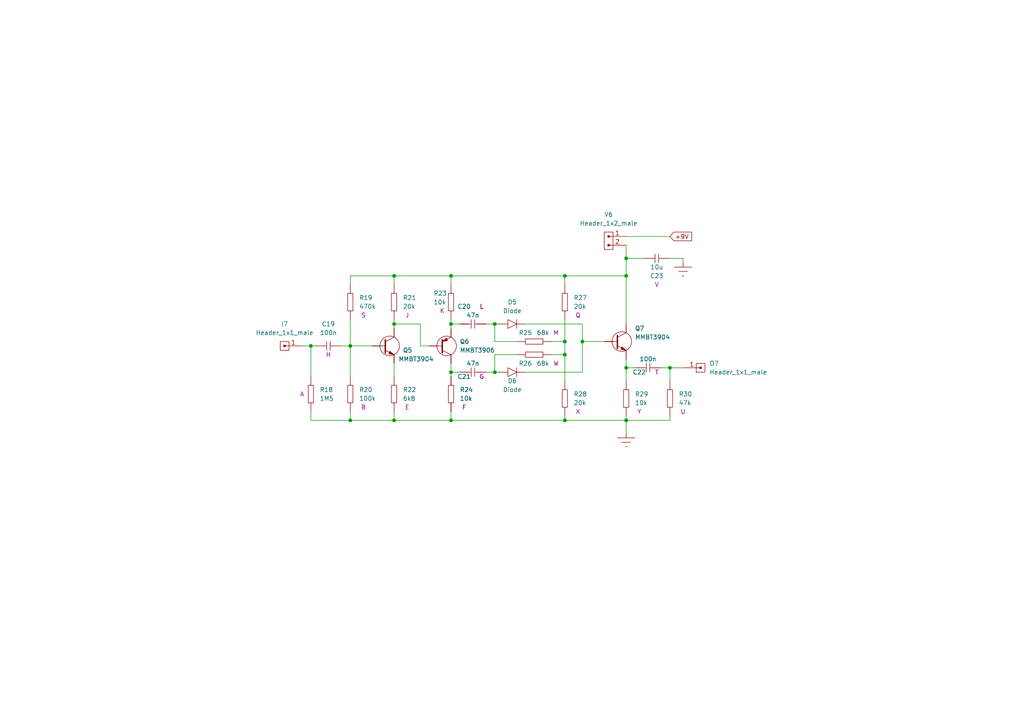
<source format=kicad_sch>
(kicad_sch (version 20211123) (generator eeschema)
  (paper "A4")
  (title_block (title "Green ringer") (date "2024-04-26") (rev "1") (company "https://github.com/dvhx/ultimate-soldering-exercise"))
  (lib_symbols
    (symbol "dvhx-kicad-library:C" (pin_numbers hide) (pin_names hide)
      (property "Reference" "C" (at 2.286 1.016 0))
      (property "Value" "C" (at 2.286 -1.27 0))
      (symbol "C_0_1"
        (polyline (pts (xy 0 -0.508) (xy 0 -1.27)))
        (polyline (pts (xy 0 1.27) (xy 0 0.508)))
        (polyline (pts (xy 1.27 -0.508) (xy -1.27 -0.508)))
        (polyline (pts (xy 1.27 0.508) (xy -1.27 0.508)))
      )
      (symbol "C_1_1"
        (pin passive line (at 0 3.81 270) (length 2.54) (name "1") (number "1"))
        (pin passive line (at 0 -3.81 90) (length 2.54) (name "2") (number "2"))
      )
    )
    (symbol "dvhx-kicad-library:Diode" (pin_numbers hide) (pin_names hide)
      (property "Reference" "D" (at 0 2.54 0))
      (property "Value" "Diode" (at 0 5.08 0))
      (symbol "Diode_0_1"
        (polyline (pts (xy 1.27 1.27) (xy 1.27 -1.27)))
        (polyline (pts (xy 1.27 0) (xy -1.27 1.27) (xy -1.27 -1.27) (xy 1.27 0)))
      )
      (symbol "Diode_1_1"
        (pin passive line (at -3.81 0 0) (length 2.54) (name "A") (number "A"))
        (pin passive line (at 3.81 0 180) (length 2.54) (name "K") (number "K"))
      )
    )
    (symbol "dvhx-kicad-library:GND" (power) (pin_numbers hide) (pin_names hide)
      (symbol "GND_0_1"
        (polyline (pts (xy -2.54 -1.27) (xy 2.54 -1.27)))
        (polyline (pts (xy -1.27 -2.54) (xy 1.27 -2.54)))
        (polyline (pts (xy -0.254 -3.81) (xy 0.254 -3.81)))
      )
      (symbol "GND_1_1"
        (pin power_in line (at 0 0 270) (length 1.27) (name "GND") (number "GND"))
      )
    )
    (symbol "dvhx-kicad-library:Header_1x1_male" (pin_names hide)
      (property "Reference" "J" (at -0.254 2.286 0))
      (property "Value" "Header_1x1_male" (at 0 4.191 0))
      (symbol "Header_1x1_male_0_1"
        (rectangle (start -1.27 1.27) (end 1.27 -1.27))
        (rectangle (start -0.254 0.254) (end 0.254 -0.254) (fill (type outline)))
      )
      (symbol "Header_1x1_male_1_1"
        (pin passive line (at -5.08 0 0) (length 5.08) (name "1") (number "1"))
      )
    )
    (symbol "dvhx-kicad-library:Header_1x2_male" (pin_names hide)
      (property "Reference" "J" (at -0.254 2.286 0))
      (property "Value" "Header_1x2_male" (at 0 4.191 0))
      (symbol "Header_1x2_male_0_1"
        (rectangle (start -1.27 1.27) (end 1.27 -3.81))
        (rectangle (start -0.254 -2.286) (end 0.254 -2.794) (fill (type outline)))
        (rectangle (start -0.254 0.254) (end 0.254 -0.254) (fill (type outline)))
      )
      (symbol "Header_1x2_male_1_1"
        (pin passive line (at -5.08 0 0) (length 5.08) (name "1") (number "1"))
        (pin passive line (at -5.08 -2.54 0) (length 5.08) (name "2") (number "2"))
      )
    )
    (symbol "dvhx-kicad-library:NPN" (pin_numbers hide) (pin_names hide)
      (property "Reference" "Q" (at 2.54 1.016 0))
      (property "Value" "NPN" (at 3.81 -1.016 0))
      (symbol "NPN_0_1"
        (circle (center -1.27 0) (radius 2.8398))
        (polyline (pts (xy -3.81 0) (xy -2.54 0)))
        (polyline (pts (xy -2.54 1.778) (xy -2.54 -2.032)) (stroke (width 0.4)))
        (polyline (pts (xy 0 -2.54) (xy -2.54 -1.27)))
        (polyline (pts (xy 0 2.54) (xy -2.54 1.27)))
        (polyline (pts (xy 0 -2.54) (xy -1.524 -2.286) (xy -1.27 -1.524) (xy 0 -2.54)) (fill (type outline)))
      )
      (symbol "NPN_1_1"
        (pin input line (at -6.35 0 0) (length 2.54) (name "B") (number "B"))
        (pin passive line (at 0 5.08 270) (length 2.54) (name "C") (number "C"))
        (pin passive line (at 0 -5.08 90) (length 2.54) (name "E") (number "E"))
      )
    )
    (symbol "dvhx-kicad-library:PNP" (pin_numbers hide) (pin_names hide)
      (property "Reference" "Q" (at 2.54 1.016 0))
      (property "Value" "PNP" (at 3.81 -1.016 0))
      (symbol "PNP_0_1"
        (circle (center -1.27 0) (radius 2.8398))
        (polyline (pts (xy -3.81 0) (xy -2.54 0)))
        (polyline (pts (xy -2.54 1.778) (xy -2.54 -2.032)) (stroke (width 0.4)))
        (polyline (pts (xy 0 -2.54) (xy -2.54 -1.27)))
        (polyline (pts (xy 0 2.54) (xy -2.54 1.27)))
        (polyline (pts (xy -2.54 1.27) (xy -1.27 2.286) (xy -1.016 1.524) (xy -2.54 1.27)) (fill (type outline)))
      )
      (symbol "PNP_1_1"
        (pin input line (at -6.35 0 0) (length 2.54) (name "B") (number "B"))
        (pin passive line (at 0 -5.08 90) (length 2.54) (name "C") (number "C"))
        (pin passive line (at 0 5.08 270) (length 2.54) (name "E") (number "E"))
      )
    )
    (symbol "dvhx-kicad-library:R" (pin_numbers hide) (pin_names hide)
      (property "Reference" "R" (at 2.032 1.016 0))
      (property "Value" "R" (at 2.032 -1.016 0))
      (symbol "R_0_1"
        (polyline (pts (xy -0.762 2.54) (xy 0.762 2.54) (xy 0.762 -2.54) (xy -0.762 -2.54) (xy -0.762 2.54)))
      )
      (symbol "R_1_1"
        (pin passive line (at 0 5.08 270) (length 2.54) (name "1") (number "1"))
        (pin passive line (at 0 -5.08 90) (length 2.54) (name "2") (number "2"))
      )
    )
  )
  (junction (at 101.6 100.33))
  (junction (at 101.6 121.92))
  (junction (at 163.83 102.87))
  (junction (at 181.61 74.93))
  (junction (at 163.83 121.92))
  (junction (at 143.51 107.95))
  (junction (at 114.3 93.98))
  (junction (at 168.91 99.06))
  (junction (at 143.51 93.98))
  (junction (at 130.81 107.95))
  (junction (at 181.61 106.68))
  (junction (at 163.83 99.06))
  (junction (at 194.31 106.68))
  (junction (at 130.81 80.01))
  (junction (at 114.3 121.92))
  (junction (at 130.81 121.92))
  (junction (at 130.81 93.98))
  (junction (at 90.17 100.33))
  (junction (at 181.61 80.01))
  (junction (at 181.61 121.92))
  (junction (at 163.83 80.01))
  (junction (at 114.3 80.01))
  (wire (pts (xy 160.02 99.06) (xy 163.83 99.06)))
  (wire (pts (xy 181.61 121.92) (xy 194.31 121.92)))
  (wire (pts (xy 194.31 68.58) (xy 181.61 68.58)))
  (wire (pts (xy 101.6 119.38) (xy 101.6 121.92)))
  (wire (pts (xy 101.6 80.01) (xy 114.3 80.01)))
  (wire (pts (xy 114.3 121.92) (xy 130.81 121.92)))
  (wire (pts (xy 114.3 119.38) (xy 114.3 121.92)))
  (wire (pts (xy 130.81 93.98) (xy 133.35 93.98)))
  (wire (pts (xy 114.3 80.01) (xy 130.81 80.01)))
  (wire (pts (xy 181.61 74.93) (xy 186.69 74.93)))
  (wire (pts (xy 99.06 100.33) (xy 101.6 100.33)))
  (wire (pts (xy 168.91 99.06) (xy 168.91 107.95)))
  (wire (pts (xy 114.3 92.71) (xy 114.3 93.98)))
  (wire (pts (xy 194.31 120.65) (xy 194.31 121.92)))
  (wire (pts (xy 143.51 102.87) (xy 143.51 107.95)))
  (wire (pts (xy 163.83 120.65) (xy 163.83 121.92)))
  (wire (pts (xy 181.61 106.68) (xy 184.15 106.68)))
  (wire (pts (xy 181.61 74.93) (xy 181.61 71.12)))
  (wire (pts (xy 101.6 100.33) (xy 101.6 109.22)))
  (wire (pts (xy 191.77 106.68) (xy 194.31 106.68)))
  (wire (pts (xy 130.81 93.98) (xy 130.81 95.25)))
  (wire (pts (xy 168.91 99.06) (xy 175.26 99.06)))
  (wire (pts (xy 163.83 80.01) (xy 163.83 82.55)))
  (wire (pts (xy 143.51 93.98) (xy 144.78 93.98)))
  (wire (pts (xy 101.6 92.71) (xy 101.6 100.33)))
  (wire (pts (xy 163.83 92.71) (xy 163.83 99.06)))
  (wire (pts (xy 130.81 119.38) (xy 130.81 121.92)))
  (wire (pts (xy 163.83 99.06) (xy 163.83 102.87)))
  (wire (pts (xy 149.86 99.06) (xy 143.51 99.06)))
  (wire (pts (xy 124.46 100.33) (xy 121.92 100.33)))
  (wire (pts (xy 130.81 92.71) (xy 130.81 93.98)))
  (wire (pts (xy 140.97 107.95) (xy 143.51 107.95)))
  (wire (pts (xy 152.4 107.95) (xy 168.91 107.95)))
  (wire (pts (xy 194.31 106.68) (xy 198.12 106.68)))
  (wire (pts (xy 101.6 100.33) (xy 107.95 100.33)))
  (wire (pts (xy 114.3 105.41) (xy 114.3 109.22)))
  (wire (pts (xy 90.17 100.33) (xy 90.17 109.22)))
  (wire (pts (xy 130.81 80.01) (xy 163.83 80.01)))
  (wire (pts (xy 87.63 100.33) (xy 90.17 100.33)))
  (wire (pts (xy 121.92 100.33) (xy 121.92 93.98)))
  (wire (pts (xy 140.97 93.98) (xy 143.51 93.98)))
  (wire (pts (xy 114.3 93.98) (xy 114.3 95.25)))
  (wire (pts (xy 114.3 93.98) (xy 121.92 93.98)))
  (wire (pts (xy 90.17 100.33) (xy 91.44 100.33)))
  (wire (pts (xy 181.61 104.14) (xy 181.61 106.68)))
  (wire (pts (xy 181.61 93.98) (xy 181.61 80.01)))
  (wire (pts (xy 198.12 74.93) (xy 198.12 76.2)))
  (wire (pts (xy 194.31 74.93) (xy 198.12 74.93)))
  (wire (pts (xy 130.81 107.95) (xy 130.81 109.22)))
  (wire (pts (xy 181.61 120.65) (xy 181.61 121.92)))
  (wire (pts (xy 130.81 121.92) (xy 163.83 121.92)))
  (wire (pts (xy 181.61 74.93) (xy 181.61 80.01)))
  (wire (pts (xy 160.02 102.87) (xy 163.83 102.87)))
  (wire (pts (xy 163.83 121.92) (xy 181.61 121.92)))
  (wire (pts (xy 90.17 121.92) (xy 101.6 121.92)))
  (wire (pts (xy 152.4 93.98) (xy 168.91 93.98)))
  (wire (pts (xy 168.91 93.98) (xy 168.91 99.06)))
  (wire (pts (xy 130.81 82.55) (xy 130.81 80.01)))
  (wire (pts (xy 143.51 93.98) (xy 143.51 99.06)))
  (wire (pts (xy 163.83 80.01) (xy 181.61 80.01)))
  (wire (pts (xy 90.17 119.38) (xy 90.17 121.92)))
  (wire (pts (xy 181.61 121.92) (xy 181.61 125.73)))
  (wire (pts (xy 101.6 82.55) (xy 101.6 80.01)))
  (wire (pts (xy 149.86 102.87) (xy 143.51 102.87)))
  (wire (pts (xy 130.81 107.95) (xy 133.35 107.95)))
  (wire (pts (xy 194.31 110.49) (xy 194.31 106.68)))
  (wire (pts (xy 130.81 105.41) (xy 130.81 107.95)))
  (wire (pts (xy 163.83 102.87) (xy 163.83 110.49)))
  (wire (pts (xy 143.51 107.95) (xy 144.78 107.95)))
  (wire (pts (xy 101.6 121.92) (xy 114.3 121.92)))
  (wire (pts (xy 114.3 80.01) (xy 114.3 82.55)))
  (wire (pts (xy 181.61 106.68) (xy 181.61 110.49)))
  (global_label "+9V" (shape input) (at 194.31 68.58 0) (property "Intersheet References" "${INTERSHEET_REFS}" (effects hide)))
  (symbol (lib_id "dvhx-kicad-library:R") (at 90.17 114.3 0) (unit 1)
    (property "Reference" "R18" (at 92.71 113.0299 0) (effects (justify left)))
    (property "Value" "1M5" (at 92.71 115.5699 0) (effects (justify left)))
    (property "Footprint" "dvhx-kicad-library:Resistor_0805" (effects hide))
    (property "Field4" "A" (at 87.63 114.3 0))
  )
  (symbol (lib_id "dvhx-kicad-library:NPN") (at 114.3 100.33 0) (unit 1)
    (property "Reference" "Q5" (at 116.84 101.6 0) (effects (justify left)))
    (property "Value" "MMBT3904" (at 115.57 104.14 0) (effects (justify left)))
    (property "Footprint" "dvhx-kicad-library:SOT23-BEC" (effects hide))
  )
  (symbol (lib_id "dvhx-kicad-library:R") (at 163.83 115.57 0) (unit 1)
    (property "Reference" "R28" (at 166.37 114.2999 0) (effects (justify left)))
    (property "Value" "20k" (at 166.37 116.8399 0) (effects (justify left)))
    (property "Footprint" "dvhx-kicad-library:Resistor_0805" (effects hide))
    (property "Field4" "X" (at 167.64 119.38 0))
  )
  (symbol (lib_id "dvhx-kicad-library:PNP") (at 130.81 100.33 0) (unit 1)
    (property "Reference" "Q6" (at 133.35 99.0599 0) (effects (justify left)))
    (property "Value" "MMBT3906" (at 133.35 101.6 0) (effects (justify left)))
    (property "Footprint" "dvhx-kicad-library:SOT23-BEC" (effects hide))
  )
  (symbol (lib_id "dvhx-kicad-library:R") (at 114.3 114.3 0) (unit 1)
    (property "Reference" "R22" (at 116.84 113.0299 0) (effects (justify left)))
    (property "Value" "6k8" (at 116.84 115.5699 0) (effects (justify left)))
    (property "Footprint" "dvhx-kicad-library:Resistor_0805" (effects hide))
    (property "Field4" "E" (at 118.11 118.11 0))
  )
  (symbol (lib_id "dvhx-kicad-library:Header_1x2_male") (at 176.53 68.58 0) (mirror y) (unit 1)
    (property "Reference" "V6" (at 176.53 62.23 0))
    (property "Value" "Header_1x2_male" (at 176.53 64.77 0))
    (property "Footprint" "dvhx-kicad-library:Header_1x2_male_upright" (effects hide))
  )
  (symbol (lib_id "dvhx-kicad-library:C") (at 137.16 93.98 90) (unit 1)
    (property "Reference" "C20" (at 134.62 88.9 90))
    (property "Value" "47n" (at 137.16 91.44 90))
    (property "Footprint" "dvhx-kicad-library:Capacitor_0805" (effects hide))
    (property "Field4" "L" (at 139.7 88.9 90))
  )
  (symbol (lib_id "dvhx-kicad-library:C") (at 187.96 106.68 90) (unit 1)
    (property "Reference" "C22" (at 185.42 107.95 90))
    (property "Value" "100n" (at 187.96 104.14 90))
    (property "Footprint" "dvhx-kicad-library:Capacitor_0805" (effects hide))
    (property "Field4" "T" (at 190.5 107.95 90))
  )
  (symbol (lib_id "dvhx-kicad-library:R") (at 154.94 102.87 270) (unit 1)
    (property "Reference" "R26" (at 152.4 105.41 90))
    (property "Value" "68k" (at 157.48 105.41 90))
    (property "Footprint" "dvhx-kicad-library:Resistor_0805" (effects hide))
    (property "Field4" "W" (at 161.29 105.41 90))
  )
  (symbol (lib_id "dvhx-kicad-library:C") (at 137.16 107.95 90) (unit 1)
    (property "Reference" "C21" (at 134.62 109.22 90))
    (property "Value" "47n" (at 137.16 105.41 90))
    (property "Footprint" "dvhx-kicad-library:Capacitor_0805" (effects hide))
    (property "Field4" "G" (at 139.7 109.22 90))
  )
  (symbol (lib_id "dvhx-kicad-library:GND") (at 181.61 125.73 0) (unit 1)
    (property "Reference" "#GND012" (effects hide))
    (property "Value" "GND" (effects hide))
  )
  (symbol (lib_id "dvhx-kicad-library:GND") (at 198.12 76.2 0) (unit 1)
    (property "Reference" "#GND013" (effects hide))
    (property "Value" "GND" (effects hide))
  )
  (symbol (lib_id "dvhx-kicad-library:R") (at 114.3 87.63 0) (unit 1)
    (property "Reference" "R21" (at 116.84 86.3599 0) (effects (justify left)))
    (property "Value" "20k" (at 116.84 88.8999 0) (effects (justify left)))
    (property "Footprint" "dvhx-kicad-library:Resistor_0805" (effects hide))
    (property "Field4" "J" (at 118.11 91.44 0))
  )
  (symbol (lib_id "dvhx-kicad-library:R") (at 194.31 115.57 0) (unit 1)
    (property "Reference" "R30" (at 196.85 114.2999 0) (effects (justify left)))
    (property "Value" "47k" (at 196.85 116.8399 0) (effects (justify left)))
    (property "Footprint" "dvhx-kicad-library:Resistor_0805" (effects hide))
    (property "Field4" "U" (at 198.12 119.38 0))
  )
  (symbol (lib_id "dvhx-kicad-library:C") (at 190.5 74.93 270) (unit 1)
    (property "Reference" "C23" (at 190.5 80.01 90))
    (property "Value" "10u" (at 190.5 77.47 90))
    (property "Footprint" "dvhx-kicad-library:Capacitor_0805" (effects hide))
    (property "Field4" "V" (at 190.5 82.55 90))
  )
  (symbol (lib_id "dvhx-kicad-library:Header_1x1_male") (at 82.55 100.33 180) (unit 1)
    (property "Reference" "I7" (at 82.55 93.98 0))
    (property "Value" "Header_1x1_male" (at 82.55 96.52 0))
    (property "Footprint" "dvhx-kicad-library:Header_1x1_male_upright" (effects hide))
  )
  (symbol (lib_id "dvhx-kicad-library:R") (at 154.94 99.06 270) (unit 1)
    (property "Reference" "R25" (at 152.4 96.52 90))
    (property "Value" "68k" (at 157.48 96.52 90))
    (property "Footprint" "dvhx-kicad-library:Resistor_0805" (effects hide))
    (property "Field4" "M" (at 161.29 96.52 90))
  )
  (symbol (lib_id "dvhx-kicad-library:Diode") (at 148.59 107.95 0) (unit 1)
    (property "Reference" "D6" (at 148.59 110.49 0))
    (property "Value" "Diode" (at 148.59 113.03 0))
    (property "Footprint" "dvhx-kicad-library:Diode_SOD-123" (effects hide))
  )
  (symbol (lib_id "dvhx-kicad-library:R") (at 101.6 114.3 0) (unit 1)
    (property "Reference" "R20" (at 104.14 113.0299 0) (effects (justify left)))
    (property "Value" "100k" (at 104.14 115.5699 0) (effects (justify left)))
    (property "Footprint" "dvhx-kicad-library:Resistor_0805" (effects hide))
    (property "Field4" "B" (at 105.41 118.11 0))
  )
  (symbol (lib_id "dvhx-kicad-library:R") (at 130.81 114.3 180) (unit 1)
    (property "Reference" "R24" (at 133.35 113.0299 0) (effects (justify right)))
    (property "Value" "10k" (at 133.35 115.5699 0) (effects (justify right)))
    (property "Footprint" "dvhx-kicad-library:Resistor_0805" (effects hide))
    (property "Field4" "F" (at 134.62 118.11 0))
  )
  (symbol (lib_id "dvhx-kicad-library:Header_1x1_male") (at 203.2 106.68 0) (unit 1)
    (property "Reference" "O7" (at 205.74 105.4099 0) (effects (justify left)))
    (property "Value" "Header_1x1_male" (at 205.74 107.9499 0) (effects (justify left)))
    (property "Footprint" "dvhx-kicad-library:Header_1x1_male_upright" (effects hide))
  )
  (symbol (lib_id "dvhx-kicad-library:Diode") (at 148.59 93.98 0) (unit 1)
    (property "Reference" "D5" (at 148.59 87.63 0))
    (property "Value" "Diode" (at 148.59 90.17 0))
    (property "Footprint" "dvhx-kicad-library:Diode_SOD-123" (effects hide))
  )
  (symbol (lib_id "dvhx-kicad-library:R") (at 130.81 87.63 0) (unit 1)
    (property "Reference" "R23" (at 125.73 85.09 0) (effects (justify left)))
    (property "Value" "10k" (at 125.73 87.63 0) (effects (justify left)))
    (property "Footprint" "dvhx-kicad-library:Resistor_0805" (effects hide))
    (property "Field4" "K" (at 128.27 90.17 0))
  )
  (symbol (lib_id "dvhx-kicad-library:C") (at 95.25 100.33 90) (unit 1)
    (property "Reference" "C19" (at 95.25 93.98 90))
    (property "Value" "100n" (at 95.25 96.52 90))
    (property "Footprint" "dvhx-kicad-library:Capacitor_0805" (effects hide))
    (property "Field4" "H" (at 95.25 102.87 90))
  )
  (symbol (lib_id "dvhx-kicad-library:R") (at 163.83 87.63 0) (unit 1)
    (property "Reference" "R27" (at 166.37 86.3599 0) (effects (justify left)))
    (property "Value" "20k" (at 166.37 88.8999 0) (effects (justify left)))
    (property "Footprint" "dvhx-kicad-library:Resistor_0805" (effects hide))
    (property "Field4" "Q" (at 167.64 91.44 0))
  )
  (symbol (lib_id "dvhx-kicad-library:R") (at 181.61 115.57 0) (unit 1)
    (property "Reference" "R29" (at 184.15 114.2999 0) (effects (justify left)))
    (property "Value" "10k" (at 184.15 116.8399 0) (effects (justify left)))
    (property "Footprint" "dvhx-kicad-library:Resistor_0805" (effects hide))
    (property "Field4" "Y" (at 185.42 119.38 0))
  )
  (symbol (lib_id "dvhx-kicad-library:NPN") (at 181.61 99.06 0) (unit 1)
    (property "Reference" "Q7" (at 184.15 95.25 0) (effects (justify left)))
    (property "Value" "MMBT3904" (at 184.15 97.79 0) (effects (justify left)))
    (property "Footprint" "dvhx-kicad-library:SOT23-BEC" (effects hide))
  )
  (symbol (lib_id "dvhx-kicad-library:R") (at 101.6 87.63 0) (unit 1)
    (property "Reference" "R19" (at 104.14 86.3599 0) (effects (justify left)))
    (property "Value" "470k" (at 104.14 88.8999 0) (effects (justify left)))
    (property "Footprint" "dvhx-kicad-library:Resistor_0805" (effects hide))
    (property "Field4" "S" (at 105.41 91.44 0))
  )
)
</source>
